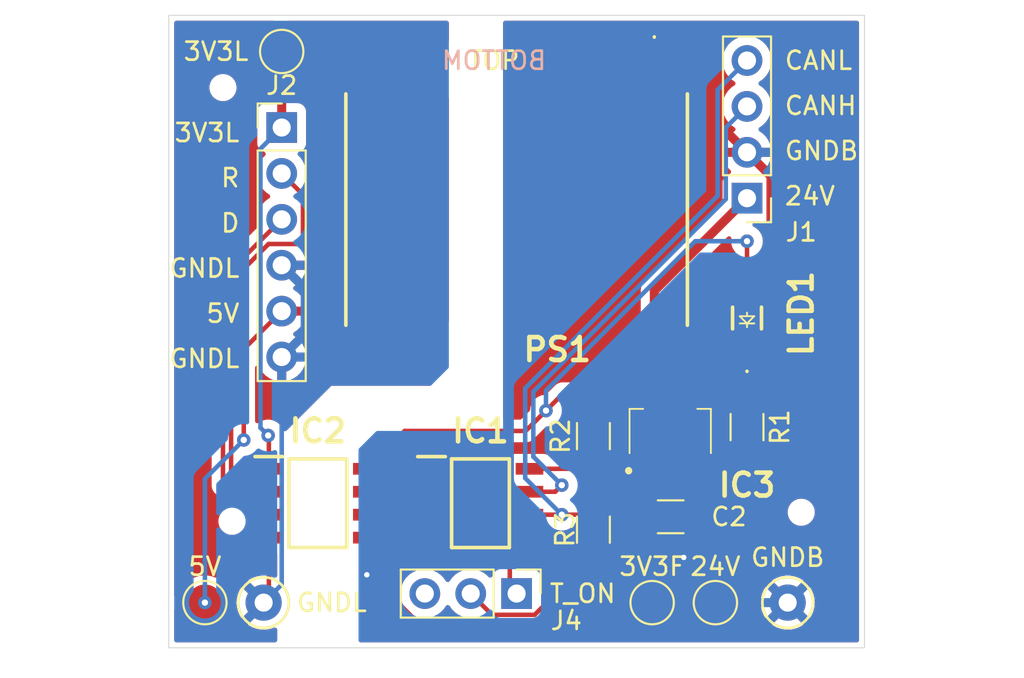
<source format=kicad_pcb>
(kicad_pcb (version 20241229) (generator "pcbnew") (generator_version "9.0")
  (layers (0 "F.Cu" signal) (2 "B.Cu" signal) (13 "F.Paste" user) (15 "B.Paste" user) (5 "F.SilkS" user "F.Silkscreen") (7 "B.SilkS" user "B.Silkscreen") (1 "F.Mask" user) (3 "B.Mask" user) (25 "Edge.Cuts" user))
  (net 0 "")
  (net 1 "+24V")
  (net 2 "+3V3B")
  (net 3 "Net-(IC1-D)")
  (net 4 "Net-(IC1-R)")
  (net 5 "Net-(IC1-CANH)")
  (net 6 "Net-(IC1-RS)")
  (net 8 "Net-(IC1-CANL)")
  (net 9 "GNDL")
  (net 10 "Net-(IC2-INB)")
  (net 11 "Net-(IC2-OUTA)")
  (net 12 "Net-(IC2-VCC1)")
  (net 13 "+5V")
  (net 15 "Net-(LED1-K)")
  (net 19 "GNDB")
  (net 20 "Net-(J4-Pin_2)")
  (footprint "SamacSys_Parts:SOIC127P600X175-8N" (layer "F.Cu") (at 129.75 109)
    (property "Reference" "IC2" (at 0 -4 0) (layer "F.SilkS") (effects (font (size 1.27 1.27) (thickness 0.254))))
    (property "Value" "ISO7721FDR" (hide yes))
    (fp_line (start -3.475 -2.58) (end -1.948 -2.58) (stroke (width 0.2)) (layer "F.SilkS"))
    (fp_line (start -1.598 -2.452) (end 1.598 -2.452) (stroke (width 0.2)) (layer "F.SilkS"))
    (fp_line (start -1.598 2.452) (end -1.598 -2.452) (stroke (width 0.2)) (layer "F.SilkS"))
    (fp_line (start 1.598 -2.452) (end 1.598 2.452) (stroke (width 0.2)) (layer "F.SilkS"))
    (fp_line (start 1.598 2.452) (end -1.598 2.452) (stroke (width 0.2)) (layer "F.SilkS"))
    (pad "1" smd rect (at -2.711 -1.905 90) (size 0.65 1.528) (layers "F.Cu" "F.Mask" "F.Paste") (net 12 "Net-(IC2-VCC1)"))
    (pad "2" smd rect (at -2.711 -0.635 90) (size 0.65 1.528) (layers "F.Cu" "F.Mask" "F.Paste") (net 11 "Net-(IC2-OUTA)"))
    (pad "3" smd rect (at -2.711 0.635 90) (size 0.65 1.528) (layers "F.Cu" "F.Mask" "F.Paste") (net 10 "Net-(IC2-INB)"))
    (pad "4" smd rect (at -2.711 1.905 90) (size 0.65 1.528) (layers "F.Cu" "F.Mask" "F.Paste") (net 9 "GNDL"))
    (pad "5" smd rect (at 2.711 1.905 90) (size 0.65 1.528) (layers "F.Cu" "F.Mask" "F.Paste") (net 19 "GNDB"))
    (pad "6" smd rect (at 2.711 0.635 90) (size 0.65 1.528) (layers "F.Cu" "F.Mask" "F.Paste") (net 3 "Net-(IC1-D)"))
    (pad "7" smd rect (at 2.711 -0.635 90) (size 0.65 1.528) (layers "F.Cu" "F.Mask" "F.Paste") (net 4 "Net-(IC1-R)"))
    (pad "8" smd rect (at 2.711 -1.905 90) (size 0.65 1.528) (layers "F.Cu" "F.Mask" "F.Paste") (net 2 "+3V3B"))
  )
  (footprint "FH_Aachen:PassStift_d=1.0_D=6.0_einseitig" (layer "F.Cu") (at 124.5 86)
    (property "Reference" "REF**" (hide yes))
    (property "Value" "PassStift_d=1.0_D=6.0_einseitig")
    (pad "" np_thru_hole circle (at 0 0) (size 1 1) (drill 1) (layers "*.Cu" "*.Mask"))
  )
  (footprint "TestPoint:TestPoint_Keystone_5000-5004_Miniature" (layer "F.Cu") (at 126.75 114.5)
    (property "Reference" "GNDL" (at 1.75 0 0) (layer "F.SilkS") (effects (justify left)))
    (property "Value" "TestPoint_Probe")
    (fp_circle (center 0 0) (end 1.4 0) (stroke (width 0.15)) (fill no) (layer "F.SilkS"))
    (pad "1" thru_hole circle (at 0 0) (size 2 2) (drill 1) (layers "*.Cu" "*.Mask") (net 9 "GNDL"))
  )
  (footprint "TestPoint:TestPoint_Pad_D2.0mm" (layer "F.Cu") (at 123.5 114.5)
    (property "Reference" "5V" (at 0 -1.998 0) (layer "F.SilkS"))
    (property "Value" "TestPoint")
    (fp_circle (center 0 0) (end 0 1.2) (stroke (width 0.12)) (fill no) (layer "F.SilkS"))
    (pad "1" smd circle (at 0 0) (size 2 2) (layers "F.Cu" "F.Mask") (net 13 "+5V"))
  )
  (footprint "Connector_PinHeader_2.54mm:PinHeader_1x04_P2.54mm_Vertical" (layer "F.Cu") (at 153.5 92.12 180)
    (property "Reference" "J1" (at -3 -1.88 0) (layer "F.SilkS"))
    (property "Value" "Conn_01x04")
    (fp_line (start 1.33 1.27) (end 1.33 8.95) (stroke (width 0.12)) (layer "F.SilkS"))
    (fp_line (start -1.33 8.95) (end 1.33 8.95) (stroke (width 0.12)) (layer "F.SilkS"))
    (fp_line (start -1.33 1.27) (end 1.33 1.27) (stroke (width 0.12)) (layer "F.SilkS"))
    (fp_line (start -1.33 1.27) (end -1.33 8.95) (stroke (width 0.12)) (layer "F.SilkS"))
    (fp_line (start -1.33 0) (end -1.33 -1.33) (stroke (width 0.12)) (layer "F.SilkS"))
    (fp_line (start -1.33 -1.33) (end 0 -1.33) (stroke (width 0.12)) (layer "F.SilkS"))
    (pad "1" thru_hole rect (at 0 0 180) (size 1.7 1.7) (drill 1) (layers "*.Cu" "*.Mask") (net 1 "+24V"))
    (pad "2" thru_hole oval (at 0 2.54 180) (size 1.7 1.7) (drill 1) (layers "*.Cu" "*.Mask") (net 19 "GNDB"))
    (pad "3" thru_hole oval (at 0 5.08 180) (size 1.7 1.7) (drill 1) (layers "*.Cu" "*.Mask") (net 5 "Net-(IC1-CANH)"))
    (pad "4" thru_hole oval (at 0 7.62 180) (size 1.7 1.7) (drill 1) (layers "*.Cu" "*.Mask") (net 8 "Net-(IC1-CANL)"))
  )
  (footprint "Resistor_SMD:R_1206_3216Metric" (layer "F.Cu") (at 145 110.4625 90)
    (property "Reference" "R3" (at 0 -1.57 90) (layer "F.SilkS"))
    (property "Value" "120")
    (fp_line (start -0.727064 -0.91) (end 0.727064 -0.91) (stroke (width 0.12)) (layer "F.SilkS"))
    (fp_line (start -0.727064 0.91) (end 0.727064 0.91) (stroke (width 0.12)) (layer "F.SilkS"))
    (pad "1" smd roundrect (at -1.4625 0 90) (size 1.125 1.75) (layers "F.Cu" "F.Mask" "F.Paste") (roundrect_rratio 0.222222) (net 20 "Net-(J4-Pin_2)"))
    (pad "2" smd roundrect (at 1.4625 0 90) (size 1.125 1.75) (layers "F.Cu" "F.Mask" "F.Paste") (roundrect_rratio 0.222222) (net 8 "Net-(IC1-CANL)"))
  )
  (footprint "Capacitor_SMD:C_1206_3216Metric" (layer "F.Cu") (at 149.275 109.75 180)
    (property "Reference" "C2" (at -3.225 0 0) (layer "F.SilkS"))
    (property "Value" "10u")
    (fp_line (start -0.711252 0.91) (end 0.711252 0.91) (stroke (width 0.12)) (layer "F.SilkS"))
    (fp_line (start -0.711252 -0.91) (end 0.711252 -0.91) (stroke (width 0.12)) (layer "F.SilkS"))
    (pad "1" smd roundrect (at -1.475 0 180) (size 1.15 1.8) (layers "F.Cu" "F.Mask" "F.Paste") (roundrect_rratio 0.217391) (net 1 "+24V"))
    (pad "2" smd roundrect (at 1.475 0 180) (size 1.15 1.8) (layers "F.Cu" "F.Mask" "F.Paste") (roundrect_rratio 0.217391) (net 19 "GNDB"))
  )
  (footprint "FH_Aachen:PassStift_d=1.0_D=6.0_einseitig" (layer "F.Cu") (at 125 110)
    (property "Reference" "REF**" (hide yes))
    (property "Value" "PassStift_d=1.0_D=6.0_einseitig")
    (pad "" np_thru_hole circle (at 0 0) (size 1 1) (drill 1) (layers "*.Cu" "*.Mask"))
  )
  (footprint "Connector_PinHeader_2.54mm:PinHeader_1x03_P2.54mm_Vertical" (layer "F.Cu") (at 140.75 114 -90)
    (property "Reference" "J4" (at 1.5 -2.75 180) (layer "F.SilkS"))
    (property "Value" "Conn_01x03")
    (fp_line (start -1.33 6.41) (end 1.33 6.41) (stroke (width 0.12)) (layer "F.SilkS"))
    (fp_line (start -1.33 1.27) (end -1.33 6.41) (stroke (width 0.12)) (layer "F.SilkS"))
    (fp_line (start -1.33 1.27) (end 1.33 1.27) (stroke (width 0.12)) (layer "F.SilkS"))
    (fp_line (start 1.33 1.27) (end 1.33 6.41) (stroke (width 0.12)) (layer "F.SilkS"))
    (fp_line (start -1.33 0) (end -1.33 -1.33) (stroke (width 0.12)) (layer "F.SilkS"))
    (fp_line (start -1.33 -1.33) (end 0 -1.33) (stroke (width 0.12)) (layer "F.SilkS"))
    (pad "1" thru_hole rect (at 0 0 270) (size 1.7 1.7) (drill 1) (layers "*.Cu" "*.Mask") (net 5 "Net-(IC1-CANH)"))
    (pad "2" thru_hole oval (at 0 2.54 270) (size 1.7 1.7) (drill 1) (layers "*.Cu" "*.Mask") (net 20 "Net-(J4-Pin_2)"))
    (pad "3" thru_hole oval (at 0 5.08 270) (size 1.7 1.7) (drill 1) (layers "*.Cu" "*.Mask"))
  )
  (footprint "SamacSys_Parts:156120GS75000" (layer "F.Cu") (at 153.5 98.75 90)
    (property "Reference" "LED1" (at 0.25 3 90) (layer "F.SilkS") (effects (font (size 1.27 1.27) (thickness 0.254))))
    (property "Value" "156120GS75000" (hide yes))
    (fp_line (start -0.6 -0.8) (end 0.6 -0.8) (stroke (width 0.2)) (layer "F.SilkS"))
    (fp_line (start 0.1 -0.4) (end 0.1 0.4) (stroke (width 0.1)) (layer "F.SilkS"))
    (fp_line (start -0.3 -0.4) (end -0.3 0.4) (stroke (width 0.1)) (layer "F.SilkS"))
    (fp_line (start 0.1 0) (end 0.3 0) (stroke (width 0.1)) (layer "F.SilkS"))
    (fp_line (start -0.3 0) (end 0.1 -0.4) (stroke (width 0.1)) (layer "F.SilkS"))
    (fp_line (start -0.3 0) (end -0.5 0) (stroke (width 0.1)) (layer "F.SilkS"))
    (fp_line (start -0.5 0) (end -0.3 0) (stroke (width 0.1)) (layer "F.SilkS"))
    (fp_line (start -2.9 0) (end -2.9 0) (stroke (width 0.1)) (layer "F.SilkS"))
    (fp_line (start -3 0) (end -3 0) (stroke (width 0.1)) (layer "F.SilkS"))
    (fp_line (start 0.1 0.4) (end -0.3 0) (stroke (width 0.1)) (layer "F.SilkS"))
    (fp_line (start -0.3 0.4) (end -0.3 0) (stroke (width 0.1)) (layer "F.SilkS"))
    (fp_line (start -0.6 0.8) (end 0.6 0.8) (stroke (width 0.2)) (layer "F.SilkS"))
    (fp_arc (start -2.9 0) (mid -2.95 0.05) (end -3 0) (stroke (width 0.1)) (layer "F.SilkS"))
    (fp_arc (start -3 0) (mid -2.95 -0.05) (end -2.9 0) (stroke (width 0.1)) (layer "F.SilkS"))
    (pad "1" smd rect (at -1.75 0 90) (size 1.5 1.6) (layers "F.Cu" "F.Mask" "F.Paste") (net 15 "Net-(LED1-K)"))
    (pad "2" smd rect (at 1.75 0 90) (size 1.5 1.6) (layers "F.Cu" "F.Mask" "F.Paste") (net 2 "+3V3B"))
  )
  (footprint "TestPoint:TestPoint_Pad_D2.0mm" (layer "F.Cu") (at 151.75 114.5)
    (property "Reference" "24V" (at 0 -1.998 0) (layer "F.SilkS"))
    (property "Value" "TestPoint")
    (fp_circle (center 0 0) (end 0 1.2) (stroke (width 0.12)) (fill no) (layer "F.SilkS"))
    (pad "1" smd circle (at 0 0) (size 2 2) (layers "F.Cu" "F.Mask") (net 1 "+24V"))
  )
  (footprint "SamacSys_Parts:RSH32405SH2R" (layer "F.Cu") (at 140.75 92.75 180)
    (property "Reference" "PS1" (at -2.25 -7.75 0) (layer "F.SilkS") (effects (font (size 1.27 1.27) (thickness 0.254))))
    (property "Value" "RSH3-2405S_H2-R" (hide yes))
    (fp_line (start 9.45 -6.4) (end 9.45 6.4) (stroke (width 0.2)) (layer "F.SilkS"))
    (fp_line (start -7.62 9.6) (end -7.62 9.6) (stroke (width 0.1)) (layer "F.SilkS"))
    (fp_line (start -7.62 9.5) (end -7.62 9.5) (stroke (width 0.1)) (layer "F.SilkS"))
    (fp_line (start -9.45 -6.4) (end -9.45 6.4) (stroke (width 0.2)) (layer "F.SilkS"))
    (fp_arc (start -7.62 9.6) (mid -7.67 9.55) (end -7.62 9.5) (stroke (width 0.1)) (layer "F.SilkS"))
    (fp_arc (start -7.62 9.5) (mid -7.57 9.55) (end -7.62 9.6) (stroke (width 0.1)) (layer "F.SilkS"))
    (pad "1" smd rect (at -7.62 7.75 180) (size 1.4 2.5) (layers "F.Cu" "F.Mask" "F.Paste") (net 19 "GNDB"))
    (pad "2" smd rect (at -5.08 7.75 180) (size 1.4 2.5) (layers "F.Cu" "F.Mask" "F.Paste"))
    (pad "6" smd rect (at 5.08 7.75 180) (size 1.4 2.5) (layers "F.Cu" "F.Mask" "F.Paste"))
    (pad "7" smd rect (at 7.62 7.75 180) (size 1.4 2.5) (layers "F.Cu" "F.Mask" "F.Paste"))
    (pad "8" smd rect (at 7.62 -7.75 180) (size 1.4 2.5) (layers "F.Cu" "F.Mask" "F.Paste") (net 13 "+5V"))
    (pad "9" smd rect (at 5.08 -7.75 180) (size 1.4 2.5) (layers "F.Cu" "F.Mask" "F.Paste") (net 9 "GNDL"))
    (pad "14" smd rect (at -7.62 -7.75 180) (size 1.4 2.5) (layers "F.Cu" "F.Mask" "F.Paste") (net 1 "+24V"))
  )
  (footprint "TestPoint:TestPoint_Pad_D2.0mm" (layer "F.Cu") (at 127.75 84)
    (property "Reference" "3V3L" (at -1.75 0 0) (layer "F.SilkS") (effects (justify right)))
    (property "Value" "TestPoint")
    (fp_circle (center 0 0) (end 0 1.2) (stroke (width 0.12)) (fill no) (layer "F.SilkS"))
    (pad "1" smd circle (at 0 0) (size 2 2) (layers "F.Cu" "F.Mask") (net 12 "Net-(IC2-VCC1)"))
  )
  (footprint "Connector_PinHeader_2.54mm:PinHeader_1x06_P2.54mm_Vertical" (layer "F.Cu") (at 127.75 88.21)
    (property "Reference" "J2" (at 0 -2.33 0) (layer "F.SilkS"))
    (property "Value" "Conn_01x06")
    (fp_line (start -1.33 -1.33) (end 0 -1.33) (stroke (width 0.12)) (layer "F.SilkS"))
    (fp_line (start -1.33 0) (end -1.33 -1.33) (stroke (width 0.12)) (layer "F.SilkS"))
    (fp_line (start -1.33 1.27) (end -1.33 14.03) (stroke (width 0.12)) (layer "F.SilkS"))
    (fp_line (start -1.33 1.27) (end 1.33 1.27) (stroke (width 0.12)) (layer "F.SilkS"))
    (fp_line (start -1.33 14.03) (end 1.33 14.03) (stroke (width 0.12)) (layer "F.SilkS"))
    (fp_line (start 1.33 1.27) (end 1.33 14.03) (stroke (width 0.12)) (layer "F.SilkS"))
    (pad "1" thru_hole rect (at 0 0) (size 1.7 1.7) (drill 1) (layers "*.Cu" "*.Mask") (net 12 "Net-(IC2-VCC1)"))
    (pad "2" thru_hole oval (at 0 2.54) (size 1.7 1.7) (drill 1) (layers "*.Cu" "*.Mask") (net 11 "Net-(IC2-OUTA)"))
    (pad "3" thru_hole oval (at 0 5.08) (size 1.7 1.7) (drill 1) (layers "*.Cu" "*.Mask") (net 10 "Net-(IC2-INB)"))
    (pad "4" thru_hole oval (at 0 7.62) (size 1.7 1.7) (drill 1) (layers "*.Cu" "*.Mask") (net 9 "GNDL"))
    (pad "5" thru_hole oval (at 0 10.16) (size 1.7 1.7) (drill 1) (layers "*.Cu" "*.Mask") (net 13 "+5V"))
    (pad "6" thru_hole oval (at 0 12.7) (size 1.7 1.7) (drill 1) (layers "*.Cu" "*.Mask") (net 9 "GNDL"))
  )
  (footprint "SamacSys_Parts:SOIC127P600X175-8N" (layer "F.Cu") (at 138.75 109)
    (property "Reference" "IC1" (at 0 -4 0) (layer "F.SilkS") (effects (font (size 1.27 1.27) (thickness 0.254))))
    (property "Value" "SN65HVD230QDRG4Q1" (hide yes))
    (fp_line (start -3.475 -2.58) (end -1.948 -2.58) (stroke (width 0.2)) (layer "F.SilkS"))
    (fp_line (start -1.598 -2.452) (end 1.598 -2.452) (stroke (width 0.2)) (layer "F.SilkS"))
    (fp_line (start -1.598 2.452) (end -1.598 -2.452) (stroke (width 0.2)) (layer "F.SilkS"))
    (fp_line (start 1.598 -2.452) (end 1.598 2.452) (stroke (width 0.2)) (layer "F.SilkS"))
    (fp_line (start 1.598 2.452) (end -1.598 2.452) (stroke (width 0.2)) (layer "F.SilkS"))
    (pad "1" smd rect (at -2.711 -1.905 90) (size 0.65 1.528) (layers "F.Cu" "F.Mask" "F.Paste") (net 3 "Net-(IC1-D)"))
    (pad "2" smd rect (at -2.711 -0.635 90) (size 0.65 1.528) (layers "F.Cu" "F.Mask" "F.Paste") (net 19 "GNDB"))
    (pad "3" smd rect (at -2.711 0.635 90) (size 0.65 1.528) (layers "F.Cu" "F.Mask" "F.Paste") (net 2 "+3V3B"))
    (pad "4" smd rect (at -2.711 1.905 90) (size 0.65 1.528) (layers "F.Cu" "F.Mask" "F.Paste") (net 4 "Net-(IC1-R)"))
    (pad "5" smd rect (at 2.711 1.905 90) (size 0.65 1.528) (layers "F.Cu" "F.Mask" "F.Paste"))
    (pad "6" smd rect (at 2.711 0.635 90) (size 0.65 1.528) (layers "F.Cu" "F.Mask" "F.Paste") (net 8 "Net-(IC1-CANL)"))
    (pad "7" smd rect (at 2.711 -0.635 90) (size 0.65 1.528) (layers "F.Cu" "F.Mask" "F.Paste") (net 5 "Net-(IC1-CANH)"))
    (pad "8" smd rect (at 2.711 -1.905 90) (size 0.65 1.528) (layers "F.Cu" "F.Mask" "F.Paste") (net 6 "Net-(IC1-RS)"))
  )
  (footprint "TestPoint:TestPoint_Keystone_5000-5004_Miniature" (layer "F.Cu") (at 155.75 114.5)
    (property "Reference" "GNDB" (at 0 -2.5 0) (layer "F.SilkS"))
    (property "Value" "TestPoint_Probe")
    (fp_circle (center 0 0) (end 1.4 0) (stroke (width 0.15)) (fill no) (layer "F.SilkS"))
    (pad "1" thru_hole circle (at 0 0) (size 2 2) (drill 1) (layers "*.Cu" "*.Mask") (net 19 "GNDB"))
  )
  (footprint "Resistor_SMD:R_1206_3216Metric" (layer "F.Cu") (at 145 105.2875 90)
    (property "Reference" "R2" (at 0 -1.82 90) (layer "F.SilkS"))
    (property "Value" "10k")
    (fp_line (start -0.727064 -0.91) (end 0.727064 -0.91) (stroke (width 0.12)) (layer "F.SilkS"))
    (fp_line (start -0.727064 0.91) (end 0.727064 0.91) (stroke (width 0.12)) (layer "F.SilkS"))
    (pad "1" smd roundrect (at -1.4625 0 90) (size 1.125 1.75) (layers "F.Cu" "F.Mask" "F.Paste") (roundrect_rratio 0.222222) (net 6 "Net-(IC1-RS)"))
    (pad "2" smd roundrect (at 1.4625 0 90) (size 1.125 1.75) (layers "F.Cu" "F.Mask" "F.Paste") (roundrect_rratio 0.222222) (net 19 "GNDB"))
  )
  (footprint "Resistor_SMD:R_1206_3216Metric" (layer "F.Cu") (at 153.5 104.7875 -90)
    (property "Reference" "R1" (at 0 -1.82 90) (layer "F.SilkS"))
    (property "Value" "470")
    (fp_line (start -0.727064 0.91) (end 0.727064 0.91) (stroke (width 0.12)) (layer "F.SilkS"))
    (fp_line (start -0.727064 -0.91) (end 0.727064 -0.91) (stroke (width 0.12)) (layer "F.SilkS"))
    (pad "1" smd roundrect (at -1.4625 0 270) (size 1.125 1.75) (layers "F.Cu" "F.Mask" "F.Paste") (roundrect_rratio 0.222222) (net 15 "Net-(LED1-K)"))
    (pad "2" smd roundrect (at 1.4625 0 270) (size 1.125 1.75) (layers "F.Cu" "F.Mask" "F.Paste") (roundrect_rratio 0.222222) (net 19 "GNDB"))
  )
  (footprint "SamacSys_Parts:L78L33ABUTR" (layer "F.Cu") (at 149.25 105)
    (property "Reference" "IC3" (at 4.25 3 0) (layer "F.SilkS") (effects (font (size 1.27 1.27) (thickness 0.254))))
    (property "Value" "L78L33ABUTR" (hide yes))
    (fp_line (start -2.3 2.1) (end -2.3 2.1) (stroke (width 0.2)) (layer "F.SilkS"))
    (fp_line (start -2.3 2.3) (end -2.3 2.3) (stroke (width 0.2)) (layer "F.SilkS"))
    (fp_line (start -2.25 -1.222) (end -2.25 1.223) (stroke (width 0.1)) (layer "F.SilkS"))
    (fp_line (start -2.25 1.223) (end -2.25 1.223) (stroke (width 0.1)) (layer "F.SilkS"))
    (fp_line (start -1.5 -1.222) (end -2.25 -1.222) (stroke (width 0.1)) (layer "F.SilkS"))
    (fp_line (start 1.5 -1.222) (end 2.25 -1.222) (stroke (width 0.1)) (layer "F.SilkS"))
    (fp_line (start 2.25 -1.222) (end 2.25 1.223) (stroke (width 0.1)) (layer "F.SilkS"))
    (fp_line (start 2.25 1.223) (end 2.25 1.223) (stroke (width 0.1)) (layer "F.SilkS"))
    (fp_arc (start -2.3 2.1) (mid -2.2 2.2) (end -2.3 2.3) (stroke (width 0.2)) (layer "F.SilkS"))
    (fp_arc (start -2.3 2.3) (mid -2.4 2.2) (end -2.3 2.1) (stroke (width 0.2)) (layer "F.SilkS"))
    (pad "1" smd rect (at -1.5 2.175) (size 0.57 1.4) (layers "F.Cu" "F.Mask" "F.Paste") (net 2 "+3V3B"))
    (pad "2" smd rect (at 0 2.175) (size 0.57 1.4) (layers "F.Cu" "F.Mask" "F.Paste") (net 19 "GNDB"))
    (pad "3" smd rect (at 1.5 2.175) (size 0.57 1.4) (layers "F.Cu" "F.Mask" "F.Paste") (net 1 "+24V"))
    (pad "4" smd rect (at 0 0) (size 2 2.95) (layers "F.Cu" "F.Mask" "F.Paste") (net 19 "GNDB"))
  )
  (footprint "FH_Aachen:PassStift_d=1.0_D=6.0_einseitig" (layer "F.Cu") (at 156.5 109.5)
    (property "Reference" "REF**" (hide yes))
    (property "Value" "PassStift_d=1.0_D=6.0_einseitig")
    (pad "" np_thru_hole circle (at 0 0) (size 1 1) (drill 1) (layers "*.Cu" "*.Mask"))
  )
  (footprint "TestPoint:TestPoint_Pad_D2.0mm" (layer "F.Cu") (at 148.25 114.5)
    (property "Reference" "3V3F" (at 0 -1.998 0) (layer "F.SilkS"))
    (property "Value" "TestPoint")
    (fp_circle (center 0 0) (end 0 1.2) (stroke (width 0.12)) (fill no) (layer "F.SilkS"))
    (pad "1" smd circle (at 0 0) (size 2 2) (layers "F.Cu" "F.Mask") (net 2 "+3V3B"))
  )
  (gr_rect (start 121.5 82) (end 160 117) (stroke (width 0.05)) (fill no) (layer "Edge.Cuts"))
  (gr_text "24V" (at 155.5 92 0) (layer "F.SilkS") (effects (font (size 1 1)) (justify left)))
  (gr_text "GNDL" (at 125.5 96 0) (layer "F.SilkS") (effects (font (size 1 1)) (justify right)))
  (gr_text "TOP" (at 139.5 84.5 0) (layer "F.SilkS") (effects (font (size 1 1))))
  (gr_text "T_ON" (at 142.5 114 0) (layer "F.SilkS") (effects (font (size 1 1)) (justify left)))
  (gr_text "GNDL" (at 125.5 101 0) (layer "F.SilkS") (effects (font (size 1 1)) (justify right)))
  (gr_text "CANL" (at 155.5 84.5 0) (layer "F.SilkS") (effects (font (size 1 1)) (justify left)))
  (gr_text "5V" (at 125.5 98.5 0) (layer "F.SilkS") (effects (font (size 1 1)) (justify right)))
  (gr_text "3V3L" (at 125.5 88.5 0) (layer "F.SilkS") (effects (font (size 1 1)) (justify right)))
  (gr_text "D" (at 125.5 93.5 0) (layer "F.SilkS") (effects (font (size 1 1)) (justify right)))
  (gr_text "CANH\n" (at 155.5 87 0) (layer "F.SilkS") (effects (font (size 1 1)) (justify left)))
  (gr_text "R" (at 125.5 91 0) (layer "F.SilkS") (effects (font (size 1 1)) (justify right)))
  (gr_text "GNDB" (at 155.5 89.5 0) (layer "F.SilkS") (effects (font (size 1 1)) (justify left)))
  (gr_text "BOTTOM" (at 139.5 84.5 0) (layer "B.SilkS") (effects (font (size 1 1)) (justify mirror)))
  (segment (start 151.75 114.5) (end 151.75 110.75) (width 0.25) (layer "F.Cu") (net 1))
  (segment (start 153.5 92.12) (end 148.37 97.25) (width 0.5) (layer "F.Cu") (net 1))
  (segment (start 151.75 110.75) (end 150.75 109.75) (width 0.25) (layer "F.Cu") (net 1))
  (segment (start 150.75 109.75) (end 150.75 107.175) (width 0.25) (layer "F.Cu") (net 1))
  (segment (start 150.75 102.88) (end 148.37 100.5) (width 0.25) (layer "F.Cu") (net 1))
  (segment (start 150.75 107.175) (end 150.75 102.88) (width 0.25) (layer "F.Cu") (net 1))
  (segment (start 148.37 97.25) (end 148.37 100.5) (width 0.5) (layer "F.Cu") (net 1))
  (segment (start 145.8701 102.9375) (end 147.75 104.8174) (width 0.25) (layer "F.Cu") (net 2))
  (segment (start 132.461 107.095) (end 134.556 105) (width 0.25) (layer "F.Cu") (net 2))
  (segment (start 141.25 105) (end 143.3125 102.9375) (width 0.25) (layer "F.Cu") (net 2))
  (segment (start 134.556 105) (end 141.25 105) (width 0.25) (layer "F.Cu") (net 2))
  (segment (start 132.9 107.095) (end 135.44 109.635) (width 0.25) (layer "F.Cu") (net 2))
  (segment (start 143.3125 102.9375) (end 145.8701 102.9375) (width 0.25) (layer "F.Cu") (net 2))
  (segment (start 148.95 110.45) (end 148.95 108.375) (width 0.25) (layer "F.Cu") (net 2))
  (segment (start 147.75 104.8174) (end 147.75 107.175) (width 0.25) (layer "F.Cu") (net 2))
  (segment (start 148.25 114.5) (end 148.25 111.15) (width 0.25) (layer "F.Cu") (net 2))
  (segment (start 132.461 107.095) (end 132.9 107.095) (width 0.25) (layer "F.Cu") (net 2))
  (segment (start 148.25 111.15) (end 148.95 110.45) (width 0.25) (layer "F.Cu") (net 2))
  (segment (start 148.95 108.375) (end 147.75 107.175) (width 0.25) (layer "F.Cu") (net 2))
  (segment (start 135.44 109.635) (end 136.039 109.635) (width 0.25) (layer "F.Cu") (net 2))
  (segment (start 153.5 94.5) (end 153.5 97) (width 0.25) (layer "F.Cu") (net 2))
  (via (at 142.375 103.875) (size 0.75) (drill 0.35) (layers "F.Cu" "B.Cu") (net 2))
  (via (at 153.5 94.5) (size 0.75) (drill 0.35) (layers "F.Cu" "B.Cu") (net 2))
  (segment (start 142.375 103.875) (end 142.375 102.761396) (width 0.25) (layer "B.Cu") (net 2))
  (segment (start 150.636396 94.5) (end 153.5 94.5) (width 0.25) (layer "B.Cu") (net 2))
  (segment (start 142.375 102.761396) (end 150.636396 94.5) (width 0.25) (layer "B.Cu") (net 2))
  (segment (start 132.461 109.635) (end 132.9 109.635) (width 0.25) (layer "F.Cu") (net 3))
  (segment (start 137.25 111.433) (end 137.25 107.867) (width 0.25) (layer "F.Cu") (net 3))
  (segment (start 137.25 107.867) (end 136.478 107.095) (width 0.25) (layer "F.Cu") (net 3))
  (segment (start 135.015 111.75) (end 136.933 111.75) (width 0.25) (layer "F.Cu") (net 3))
  (segment (start 132.9 109.635) (end 135.015 111.75) (width 0.25) (layer "F.Cu") (net 3))
  (segment (start 136.478 107.095) (end 136.039 107.095) (width 0.25) (layer "F.Cu") (net 3))
  (segment (start 136.933 111.75) (end 137.25 111.433) (width 0.25) (layer "F.Cu") (net 3))
  (segment (start 132.9 108.365) (end 135.44 110.905) (width 0.25) (layer "F.Cu") (net 4))
  (segment (start 135.44 110.905) (end 136.039 110.905) (width 0.25) (layer "F.Cu") (net 4))
  (segment (start 132.461 108.365) (end 132.9 108.365) (width 0.25) (layer "F.Cu") (net 4))
  (segment (start 142.885 108.365) (end 143.25 108) (width 0.25) (layer "F.Cu") (net 5))
  (segment (start 141.022 108.365) (end 141.461 108.365) (width 0.25) (layer "F.Cu") (net 5))
  (segment (start 141.461 108.365) (end 142.885 108.365) (width 0.25) (layer "F.Cu") (net 5))
  (segment (start 140.75 114) (end 140.372 113.622) (width 0.25) (layer "F.Cu") (net 5))
  (segment (start 140.372 109.015) (end 141.022 108.365) (width 0.25) (layer "F.Cu") (net 5))
  (segment (start 140.372 113.622) (end 140.372 109.015) (width 0.25) (layer "F.Cu") (net 5))
  (via (at 143.25 108) (size 0.75) (drill 0.35) (layers "F.Cu" "B.Cu") (net 5))
  (segment (start 141.675 102.825) (end 152.325 92.175) (width 0.25) (layer "B.Cu") (net 5))
  (segment (start 141.675 106.425) (end 141.675 102.825) (width 0.25) (layer "B.Cu") (net 5))
  (segment (start 143.25 108) (end 141.675 106.425) (width 0.25) (layer "B.Cu") (net 5))
  (segment (start 152.325 92.175) (end 152.325 88.215) (width 0.25) (layer "B.Cu") (net 5))
  (segment (start 152.325 88.215) (end 153.5 87.04) (width 0.25) (layer "B.Cu") (net 5))
  (segment (start 144.655 107.095) (end 145 106.75) (width 0.25) (layer "F.Cu") (net 6))
  (segment (start 141.461 107.095) (end 144.655 107.095) (width 0.25) (layer "F.Cu") (net 6))
  (segment (start 144.365 109.635) (end 143.25 109.635) (width 0.25) (layer "F.Cu") (net 8))
  (segment (start 141.461 109.635) (end 143.25 109.635) (width 0.25) (layer "F.Cu") (net 8))
  (segment (start 145 109) (end 144.365 109.635) (width 0.25) (layer "F.Cu") (net 8))
  (via (at 143.25 109.635) (size 0.75) (drill 0.35) (layers "F.Cu" "B.Cu") (net 8))
  (segment (start 141.225 102.638604) (end 151.875 91.988604) (width 0.25) (layer "B.Cu") (net 8))
  (segment (start 151.875 86.125) (end 153.5 84.5) (width 0.25) (layer "B.Cu") (net 8))
  (segment (start 143.25 109.635) (end 141.225 107.61) (width 0.25) (layer "B.Cu") (net 8))
  (segment (start 151.875 91.988604) (end 151.875 86.125) (width 0.25) (layer "B.Cu") (net 8))
  (segment (start 141.225 107.61) (end 141.225 102.638604) (width 0.25) (layer "B.Cu") (net 8))
  (segment (start 127.039 113.961) (end 127.039 110.905) (width 0.25) (layer "F.Cu") (net 9))
  (segment (start 126.75 114.5) (end 126.75 114.25) (width 0.25) (layer "F.Cu") (net 9))
  (segment (start 131.31 95.83) (end 127.75 95.83) (width 0.5) (layer "F.Cu") (net 9))
  (segment (start 135.67 100.5) (end 135.67 100.19) (width 0.5) (layer "F.Cu") (net 9))
  (segment (start 126.75 114.25) (end 127.039 113.961) (width 0.25) (layer "F.Cu") (net 9))
  (segment (start 135.67 100.19) (end 131.31 95.83) (width 0.5) (layer "F.Cu") (net 9))
  (segment (start 127.75 113.5) (end 127.75 100.91) (width 0.25) (layer "B.Cu") (net 9))
  (segment (start 129.05 97.13) (end 129.05 99.61) (width 0.5) (layer "B.Cu") (net 9))
  (segment (start 127.75 95.83) (end 129.05 97.13) (width 0.5) (layer "B.Cu") (net 9))
  (segment (start 126.75 114.5) (end 127.75 113.5) (width 0.25) (layer "B.Cu") (net 9))
  (segment (start 129.05 99.61) (end 127.75 100.91) (width 0.5) (layer "B.Cu") (net 9))
  (segment (start 124.5 96.54) (end 124.5 108) (width 0.25) (layer "F.Cu") (net 10))
  (segment (start 127.75 93.29) (end 124.5 96.54) (width 0.25) (layer "F.Cu") (net 10))
  (segment (start 126.135 109.635) (end 127.039 109.635) (width 0.25) (layer "F.Cu") (net 10))
  (segment (start 124.5 108) (end 126.135 109.635) (width 0.25) (layer "F.Cu") (net 10))
  (segment (start 128.925 91.925) (end 128.925 94.325001) (width 0.25) (layer "F.Cu") (net 11))
  (segment (start 128.595001 94.655) (end 127.021396 94.655) (width 0.25) (layer "F.Cu") (net 11))
  (segment (start 127.021396 94.655) (end 124.95 96.726396) (width 0.25) (layer "F.Cu") (net 11))
  (segment (start 124.95 107.813604) (end 125.501396 108.365) (width 0.25) (layer "F.Cu") (net 11))
  (segment (start 124.95 96.726396) (end 124.95 107.813604) (width 0.25) (layer "F.Cu") (net 11))
  (segment (start 128.925 94.325001) (end 128.595001 94.655) (width 0.25) (layer "F.Cu") (net 11))
  (segment (start 127.75 90.75) (end 128.925 91.925) (width 0.25) (layer "F.Cu") (net 11))
  (segment (start 125.501396 108.365) (end 127.039 108.365) (width 0.25) (layer "F.Cu") (net 11))
  (segment (start 127.039 107.095) (end 127.039 105.289) (width 0.25) (layer "F.Cu") (net 12))
  (segment (start 127.75 88.21) (end 127.75 84) (width 0.5) (layer "F.Cu") (net 12))
  (segment (start 127.039 105.289) (end 127 105.25) (width 0.25) (layer "F.Cu") (net 12))
  (via (at 127 105.25) (size 0.75) (drill 0.35) (layers "F.Cu" "B.Cu") (net 12))
  (segment (start 126.575 104.825) (end 126.575 89.385) (width 0.25) (layer "B.Cu") (net 12))
  (segment (start 126.575 89.385) (end 127.75 88.21) (width 0.25) (layer "B.Cu") (net 12))
  (segment (start 127 105.25) (end 126.575 104.825) (width 0.25) (layer "B.Cu") (net 12))
  (segment (start 131 98.37) (end 133.13 100.5) (width 0.5) (layer "F.Cu") (net 13))
  (segment (start 127.75 98.37) (end 131 98.37) (width 0.5) (layer "F.Cu") (net 13))
  (segment (start 127.75 98.37) (end 125.65 100.47) (width 0.25) (layer "F.Cu") (net 13))
  (segment (start 125.65 100.47) (end 125.65 105.5) (width 0.25) (layer "F.Cu") (net 13))
  (via (at 125.65 105.5) (size 0.75) (drill 0.35) (layers "F.Cu" "B.Cu") (net 13))
  (via (at 123.5 114.5) (size 0.75) (drill 0.35) (layers "F.Cu" "B.Cu") (net 13))
  (segment (start 123.5 107.65) (end 123.5 114.5) (width 0.25) (layer "B.Cu") (net 13))
  (segment (start 125.65 105.5) (end 123.5 107.65) (width 0.25) (layer "B.Cu") (net 13))
  (segment (start 153.5 100.5) (end 153.5 103.325) (width 0.25) (layer "F.Cu") (net 15))
  (segment (start 135 106) (end 142.825 106) (width 0.25) (layer "F.Cu") (net 19))
  (segment (start 154.825 104.925) (end 153.5 106.25) (width 0.5) (layer "F.Cu") (net 19))
  (segment (start 145 103.825) (end 146.75 105.575) (width 0.25) (layer "F.Cu") (net 19))
  (segment (start 134.5 107.295) (end 134.5 106.5) (width 0.25) (layer "F.Cu") (net 19))
  (segment (start 153.5 89.58) (end 154.825 90.905) (width 0.5) (layer "F.Cu") (net 19))
  (segment (start 135.57 108.365) (end 134.5 107.295) (width 0.25) (layer "F.Cu") (net 19))
  (segment (start 146.8 115.10061) (end 146.8 110.75) (width 0.5) (layer "F.Cu") (net 19))
  (segment (start 155.75 114.5) (end 154.25 116) (width 0.5) (layer "F.Cu") (net 19))
  (segment (start 135.5 116) (end 145.90061 116) (width 0.5) (layer "F.Cu") (net 19))
  (segment (start 142.825 106) (end 145 103.825) (width 0.25) (layer "F.Cu") (net 19))
  (segment (start 146.75 109.75) (end 147.8 109.75) (width 0.25) (layer "F.Cu") (net 19))
  (segment (start 145.90061 116) (end 146.8 115.10061) (width 0.5) (layer "F.Cu") (net 19))
  (segment (start 136.039 108.365) (end 135.57 108.365) (width 0.25) (layer "F.Cu") (net 19))
  (segment (start 149.525 111.525) (end 150 112) (width 0.5) (layer "F.Cu") (net 19))
  (segment (start 153.5 106.25) (end 153.5 112.25) (width 0.5) (layer "F.Cu") (net 19))
  (segment (start 146.8 110.75) (end 147.8 109.75) (width 0.5) (layer "F.Cu") (net 19))
  (segment (start 149.25 107.175) (end 149.525 107.45) (width 0.5) (layer "F.Cu") (net 19))
  (segment (start 132.461 112.961) (end 135.5 116) (width 0.5) (layer "F.Cu") (net 19))
  (segment (start 154.25 116) (end 145.90061 116) (width 0.5) (layer "F.Cu") (net 19))
  (segment (start 153.5 89.58) (end 148.92 85) (width 0.5) (layer "F.Cu") (net 19))
  (segment (start 132.461 110.905) (end 132.461 112.961) (width 0.5) (layer "F.Cu") (net 19))
  (segment (start 154.825 90.905) (end 154.825 104.925) (width 0.5) (layer "F.Cu") (net 19))
  (segment (start 148.92 85) (end 148.37 85) (width 0.5) (layer "F.Cu") (net 19))
  (segment (start 146.75 105.575) (end 146.75 109.75) (width 0.25) (layer "F.Cu") (net 19))
  (segment (start 149.525 107.45) (end 149.525 111.525) (width 0.5) (layer "F.Cu") (net 19))
  (segment (start 153.5 112.25) (end 155.75 114.5) (width 0.5) (layer "F.Cu") (net 19))
  (segment (start 134.5 106.5) (end 135 106) (width 0.25) (layer "F.Cu") (net 19))
  (via (at 150 112) (size 0.6) (drill 0.3) (layers "F.Cu" "B.Cu") (net 19))
  (via (at 132.461 112.961) (size 0.6) (drill 0.3) (layers "F.Cu" "B.Cu") (net 19))
  (segment (start 155.75 114.5) (end 152.5 114.5) (width 0.5) (layer "B.Cu") (net 19))
  (segment (start 152.5 114.5) (end 150 112) (width 0.5) (layer "B.Cu") (net 19))
  (segment (start 139.385 115.175) (end 138.21 114) (width 0.25) (layer "F.Cu") (net 20))
  (segment (start 141.75 115.175) (end 139.385 115.175) (width 0.25) (layer "F.Cu") (net 20))
  (segment (start 145 111.925) (end 141.75 115.175) (width 0.25) (layer "F.Cu") (net 20))
  (zone (net 9) (net_name "GNDL") (layers "F.Cu" "B.Cu") (connect_pads (clearance 0.5)) (min_thickness 0.25) (fill yes (thermal_gap 0.5) (thermal_bridge_width 0.5))
    (polygon (pts (xy 121.5 82) (xy 137 82) (xy 137 101.5) (xy 136 102.5) (xy 130.5 102.5) (xy 127.5 105.5) (xy 127.5 117) (xy 121.5 117)))
  )
  (zone (net 19) (net_name "GNDB") (layers "F.Cu" "B.Cu") (priority 1) (connect_pads (clearance 0.5)) (min_thickness 0.25) (fill yes (thermal_gap 0.5) (thermal_bridge_width 0.5))
    (polygon (pts (xy 140 82) (xy 160 82) (xy 160 117) (xy 132 117) (xy 132 106) (xy 133 105) (xy 140 105) (xy 140 101)))
  )
)
</source>
